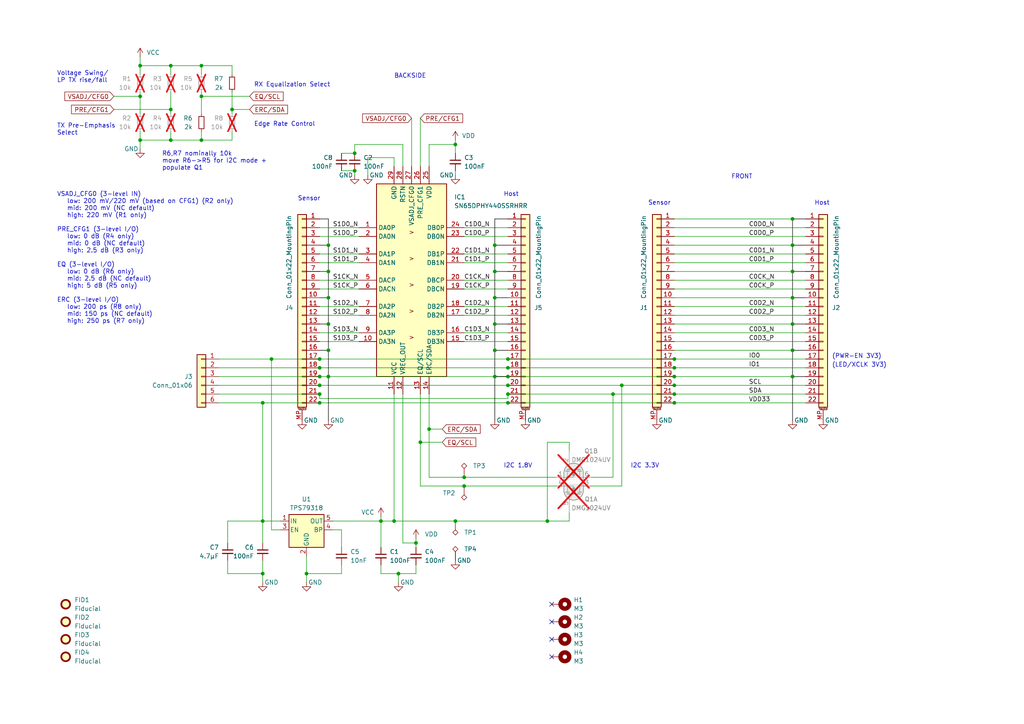
<source format=kicad_sch>
(kicad_sch (version 20230121) (generator eeschema)
  (paper "A4")
  (title_block (title "CSI2-SPY-22") (date "2024-03-24") (rev "1A"))
  (lib_symbols
    (symbol "Connector:TestPoint_Alt" (pin_numbers hide) (pin_names (offset 0.762) hide)
      (property "Reference" "TP" (at 0 6.858 0))
      (property "Value" "TestPoint_Alt" (at 0 5.08 0))
      (symbol "TestPoint_Alt_0_1"
        (polyline (pts (xy 0 2.54) (xy -0.762 3.302) (xy 0 4.064) (xy 0.762 3.302) (xy 0 2.54)))
      )
      (symbol "TestPoint_Alt_1_1"
        (pin passive line (at 0 0 90) (length 2.54) (name "1") (number "1"))
      )
    )
    (symbol "Connector_Generic:Conn_01x06" (pin_names (offset 1.016) hide)
      (property "Reference" "J" (at 0 7.62 0))
      (property "Value" "Conn_01x06" (at 0 -10.16 0))
      (symbol "Conn_01x06_1_1"
        (rectangle (start -1.27 -7.493) (end 0 -7.747) (stroke (width 0.1524)))
        (rectangle (start -1.27 -4.953) (end 0 -5.207) (stroke (width 0.1524)))
        (rectangle (start -1.27 -2.413) (end 0 -2.667) (stroke (width 0.1524)))
        (rectangle (start -1.27 0.127) (end 0 -0.127) (stroke (width 0.1524)))
        (rectangle (start -1.27 2.667) (end 0 2.413) (stroke (width 0.1524)))
        (rectangle (start -1.27 5.207) (end 0 4.953) (stroke (width 0.1524)))
        (rectangle (start -1.27 6.35) (end 1.27 -8.89) (stroke (width 0.254)) (fill (type background)))
        (pin passive line (at -5.08 5.08 0) (length 3.81) (name "Pin_1") (number "1"))
        (pin passive line (at -5.08 2.54 0) (length 3.81) (name "Pin_2") (number "2"))
        (pin passive line (at -5.08 0 0) (length 3.81) (name "Pin_3") (number "3"))
        (pin passive line (at -5.08 -2.54 0) (length 3.81) (name "Pin_4") (number "4"))
        (pin passive line (at -5.08 -5.08 0) (length 3.81) (name "Pin_5") (number "5"))
        (pin passive line (at -5.08 -7.62 0) (length 3.81) (name "Pin_6") (number "6"))
      )
    )
    (symbol "Connector_Generic_MountingPin:Conn_01x22_MountingPin" (pin_names (offset 1.016) hide)
      (property "Reference" "J" (at 0 27.94 0))
      (property "Value" "Conn_01x22_MountingPin" (at 1.27 -30.48 0))
      (symbol "Conn_01x22_MountingPin_1_1"
        (rectangle (start -1.27 -27.813) (end 0 -28.067) (stroke (width 0.1524)))
        (rectangle (start -1.27 -25.273) (end 0 -25.527) (stroke (width 0.1524)))
        (rectangle (start -1.27 -22.733) (end 0 -22.987) (stroke (width 0.1524)))
        (rectangle (start -1.27 -20.193) (end 0 -20.447) (stroke (width 0.1524)))
        (rectangle (start -1.27 -17.653) (end 0 -17.907) (stroke (width 0.1524)))
        (rectangle (start -1.27 -15.113) (end 0 -15.367) (stroke (width 0.1524)))
        (rectangle (start -1.27 -12.573) (end 0 -12.827) (stroke (width 0.1524)))
        (rectangle (start -1.27 -10.033) (end 0 -10.287) (stroke (width 0.1524)))
        (rectangle (start -1.27 -7.493) (end 0 -7.747) (stroke (width 0.1524)))
        (rectangle (start -1.27 -4.953) (end 0 -5.207) (stroke (width 0.1524)))
        (rectangle (start -1.27 -2.413) (end 0 -2.667) (stroke (width 0.1524)))
        (rectangle (start -1.27 0.127) (end 0 -0.127) (stroke (width 0.1524)))
        (rectangle (start -1.27 2.667) (end 0 2.413) (stroke (width 0.1524)))
        (rectangle (start -1.27 5.207) (end 0 4.953) (stroke (width 0.1524)))
        (rectangle (start -1.27 7.747) (end 0 7.493) (stroke (width 0.1524)))
        (rectangle (start -1.27 10.287) (end 0 10.033) (stroke (width 0.1524)))
        (rectangle (start -1.27 12.827) (end 0 12.573) (stroke (width 0.1524)))
        (rectangle (start -1.27 15.367) (end 0 15.113) (stroke (width 0.1524)))
        (rectangle (start -1.27 17.907) (end 0 17.653) (stroke (width 0.1524)))
        (rectangle (start -1.27 20.447) (end 0 20.193) (stroke (width 0.1524)))
        (rectangle (start -1.27 22.987) (end 0 22.733) (stroke (width 0.1524)))
        (rectangle (start -1.27 25.527) (end 0 25.273) (stroke (width 0.1524)))
        (rectangle (start -1.27 26.67) (end 1.27 -29.21) (stroke (width 0.254)) (fill (type background)))
        (polyline (pts (xy -1.016 -29.972) (xy 1.016 -29.972)) (stroke (width 0.1524)))
        (text "Mounting" (at 0 -29.591 0) (effects (font (size 0.381 0.381))))
        (pin passive line (at -5.08 25.4 0) (length 3.81) (name "Pin_1") (number "1"))
        (pin passive line (at -5.08 2.54 0) (length 3.81) (name "Pin_10") (number "10"))
        (pin passive line (at -5.08 0 0) (length 3.81) (name "Pin_11") (number "11"))
        (pin passive line (at -5.08 -2.54 0) (length 3.81) (name "Pin_12") (number "12"))
        (pin passive line (at -5.08 -5.08 0) (length 3.81) (name "Pin_13") (number "13"))
        (pin passive line (at -5.08 -7.62 0) (length 3.81) (name "Pin_14") (number "14"))
        (pin passive line (at -5.08 -10.16 0) (length 3.81) (name "Pin_15") (number "15"))
        (pin passive line (at -5.08 -12.7 0) (length 3.81) (name "Pin_16") (number "16"))
        (pin passive line (at -5.08 -15.24 0) (length 3.81) (name "Pin_17") (number "17"))
        (pin passive line (at -5.08 -17.78 0) (length 3.81) (name "Pin_18") (number "18"))
        (pin passive line (at -5.08 -20.32 0) (length 3.81) (name "Pin_19") (number "19"))
        (pin passive line (at -5.08 22.86 0) (length 3.81) (name "Pin_2") (number "2"))
        (pin passive line (at -5.08 -22.86 0) (length 3.81) (name "Pin_20") (number "20"))
        (pin passive line (at -5.08 -25.4 0) (length 3.81) (name "Pin_21") (number "21"))
        (pin passive line (at -5.08 -27.94 0) (length 3.81) (name "Pin_22") (number "22"))
        (pin passive line (at -5.08 20.32 0) (length 3.81) (name "Pin_3") (number "3"))
        (pin passive line (at -5.08 17.78 0) (length 3.81) (name "Pin_4") (number "4"))
        (pin passive line (at -5.08 15.24 0) (length 3.81) (name "Pin_5") (number "5"))
        (pin passive line (at -5.08 12.7 0) (length 3.81) (name "Pin_6") (number "6"))
        (pin passive line (at -5.08 10.16 0) (length 3.81) (name "Pin_7") (number "7"))
        (pin passive line (at -5.08 7.62 0) (length 3.81) (name "Pin_8") (number "8"))
        (pin passive line (at -5.08 5.08 0) (length 3.81) (name "Pin_9") (number "9"))
        (pin passive line (at 0 -33.02 90) (length 3.048) (name "MountPin") (number "MP"))
      )
    )
    (symbol "DPHY440:SN65DPHY440SSRHRR"
      (property "Reference" "IC" (at -1.27 44.45 0))
      (property "Value" "SN65DPHY440SSRHRR" (at -11.43 41.91 0))
      (symbol "SN65DPHY440SSRHRR_1_1"
        (rectangle (start -10.16 27.94) (end 10.16 -27.94) (stroke (width 0.254)) (fill (type background)))
        (text ">" (at 0 -16.51 0) (effects (font (size 1.27 1.27))))
        (text ">" (at 0 -8.89 0) (effects (font (size 1.27 1.27))))
        (text ">" (at 0 -1.27 0) (effects (font (size 1.27 1.27))))
        (text ">" (at 0 6.35 0) (effects (font (size 1.27 1.27))))
        (text ">" (at 0 13.97 0) (effects (font (size 1.27 1.27))))
        (pin passive line (at -15.24 15.24 0) (length 5.08) (name "DA0P") (number "1"))
        (pin passive line (at -15.24 -17.78 0) (length 5.08) (name "DA3N") (number "10"))
        (pin passive line (at -5.08 -33.02 90) (length 5.08) (name "VCC") (number "11"))
        (pin passive line (at -2.54 -33.02 90) (length 5.08) (name "VREG_OUT") (number "12"))
        (pin passive line (at 2.54 -33.02 90) (length 5.08) (name "EQ/SCL") (number "13"))
        (pin passive line (at 5.08 -33.02 90) (length 5.08) (name "ERC/SDA") (number "14"))
        (pin passive line (at 15.24 -17.78 180) (length 5.08) (name "DB3N") (number "15"))
        (pin passive line (at 15.24 -15.24 180) (length 5.08) (name "DB3P") (number "16"))
        (pin passive line (at 15.24 -10.16 180) (length 5.08) (name "DB2N") (number "17"))
        (pin passive line (at 15.24 -7.62 180) (length 5.08) (name "DB2P") (number "18"))
        (pin passive line (at 15.24 -2.54 180) (length 5.08) (name "DBCN") (number "19"))
        (pin passive line (at -15.24 12.7 0) (length 5.08) (name "DA0N") (number "2"))
        (pin passive line (at 15.24 0 180) (length 5.08) (name "DBCP") (number "20"))
        (pin passive line (at 15.24 5.08 180) (length 5.08) (name "DB1N") (number "21"))
        (pin passive line (at 15.24 7.62 180) (length 5.08) (name "DB1P") (number "22"))
        (pin passive line (at 15.24 12.7 180) (length 5.08) (name "DB0N") (number "23"))
        (pin passive line (at 15.24 15.24 180) (length 5.08) (name "DB0P") (number "24"))
        (pin passive line (at 5.08 33.02 270) (length 5.08) (name "VDD") (number "25"))
        (pin passive line (at 2.54 33.02 270) (length 5.08) (name "PRE_CFG1") (number "26"))
        (pin passive line (at 0 33.02 270) (length 5.08) (name "VSADJ_CFG0") (number "27"))
        (pin passive line (at -2.54 33.02 270) (length 5.08) (name "RSTN") (number "28"))
        (pin passive line (at -5.08 33.02 270) (length 5.08) (name "GND") (number "29"))
        (pin passive line (at -15.24 7.62 0) (length 5.08) (name "DA1P") (number "3"))
        (pin passive line (at -15.24 5.08 0) (length 5.08) (name "DA1N") (number "4"))
        (pin passive line (at -15.24 0 0) (length 5.08) (name "DACP") (number "5"))
        (pin passive line (at -15.24 -2.54 0) (length 5.08) (name "DACN") (number "6"))
        (pin passive line (at -15.24 -7.62 0) (length 5.08) (name "DA2P") (number "7"))
        (pin passive line (at -15.24 -10.16 0) (length 5.08) (name "DA2N") (number "8"))
        (pin passive line (at -15.24 -15.24 0) (length 5.08) (name "DA3P") (number "9"))
      )
    )
    (symbol "Device:C_Small" (pin_numbers hide) (pin_names (offset 0.254) hide)
      (property "Reference" "C" (at 0.254 1.778 0))
      (property "Value" "C_Small" (at 0.254 -2.032 0))
      (symbol "C_Small_0_1"
        (polyline (pts (xy -1.524 -0.508) (xy 1.524 -0.508)) (stroke (width 0.3302)))
        (polyline (pts (xy -1.524 0.508) (xy 1.524 0.508)) (stroke (width 0.3048)))
      )
      (symbol "C_Small_1_1"
        (pin passive line (at 0 2.54 270) (length 2.032) (name "~") (number "1"))
        (pin passive line (at 0 -2.54 90) (length 2.032) (name "~") (number "2"))
      )
    )
    (symbol "Device:R_Small" (pin_numbers hide) (pin_names (offset 0.254) hide)
      (property "Reference" "R" (at 0.762 0.508 0))
      (property "Value" "R_Small" (at 0.762 -1.016 0))
      (symbol "R_Small_0_1"
        (rectangle (start -0.762 1.778) (end 0.762 -1.778) (stroke (width 0.2032)))
      )
      (symbol "R_Small_1_1"
        (pin passive line (at 0 2.54 270) (length 0.762) (name "~") (number "1"))
        (pin passive line (at 0 -2.54 90) (length 0.762) (name "~") (number "2"))
      )
    )
    (symbol "Mechanical:Fiducial"
      (property "Reference" "FID" (at 0 5.08 0))
      (property "Value" "Fiducial" (at 0 3.175 0))
      (symbol "Fiducial_0_1"
        (circle (center 0 0) (radius 1.27) (stroke (width 0.508)) (fill (type background)))
      )
    )
    (symbol "Mechanical:MountingHole_Pad" (pin_numbers hide) (pin_names (offset 1.016) hide)
      (property "Reference" "H" (at 0 6.35 0))
      (property "Value" "MountingHole_Pad" (at 0 4.445 0))
      (symbol "MountingHole_Pad_0_1"
        (circle (center 0 1.27) (radius 1.27) (stroke (width 1.27)))
      )
      (symbol "MountingHole_Pad_1_1"
        (pin input line (at 0 -2.54 90) (length 2.54) (name "1") (number "1"))
      )
    )
    (symbol "PCM_Transistor_MOSFET_AKL:DMG1024UV" (pin_names (offset 1.016) hide)
      (property "Reference" "Q" (at 3.81 1.27 0))
      (property "Value" "DMG1024UV" (at 3.81 -1.27 0))
      (symbol "DMG1024UV_1_1"
        (polyline (pts (xy -1.016 1.905) (xy -1.016 -1.905)) (stroke (width 0.254)))
        (polyline (pts (xy -0.508 -1.778) (xy 1.27 -1.778)))
        (polyline (pts (xy -0.508 -1.27) (xy -0.508 -2.286)) (stroke (width 0.254)))
        (polyline (pts (xy -0.508 0.508) (xy -0.508 -0.508)) (stroke (width 0.254)))
        (polyline (pts (xy -0.508 2.286) (xy -0.508 1.27)) (stroke (width 0.254)))
        (polyline (pts (xy 0 -2.794) (xy 1.905 -2.794)) (stroke (width 0.254)))
        (polyline (pts (xy 0 2.794) (xy 1.905 2.794)) (stroke (width 0.254)))
        (polyline (pts (xy 1.27 1.778) (xy -0.508 1.778)))
        (polyline (pts (xy 1.27 2.54) (xy 1.27 1.778)))
        (polyline (pts (xy 1.27 -2.54) (xy 1.27 0) (xy -0.508 0)))
        (polyline (pts (xy -0.254 0) (xy 0.762 0.381) (xy 0.762 -0.381) (xy -0.254 0)) (fill (type outline)))
        (polyline (pts (xy 1.905 -2.794) (xy -0.254 -2.794) (xy -1.397 -2.413) (xy -2.286 -1.651) (xy -2.667 -0.762) (xy -2.794 0.127) (xy -2.54 1.143) (xy -2.032 1.905) (xy -1.397 2.413) (xy -0.508 2.794) (xy 1.905 2.794)) (fill (type background)))
        (arc (start 0 2.794) (mid -2.7819 0) (end 0 -2.794) (stroke (width 0.254)))
        (circle (center 1.27 -1.778) (radius 0.1778) (fill (type outline)))
        (pin passive line (at 1.27 -5.08 90) (length 2.54) (name "S1") (number "1"))
        (pin input line (at -6.35 -1.27 0) (length 5.207) (name "G1") (number "2"))
        (pin passive line (at 1.27 5.08 270) (length 2.54) (name "D1") (number "6"))
      )
      (symbol "DMG1024UV_2_1"
        (polyline (pts (xy -1.016 1.905) (xy -1.016 -1.905)) (stroke (width 0.254)))
        (polyline (pts (xy -0.508 -1.778) (xy 1.27 -1.778)))
        (polyline (pts (xy -0.508 -1.27) (xy -0.508 -2.286)) (stroke (width 0.254)))
        (polyline (pts (xy -0.508 0.508) (xy -0.508 -0.508)) (stroke (width 0.254)))
        (polyline (pts (xy -0.508 2.286) (xy -0.508 1.27)) (stroke (width 0.254)))
        (polyline (pts (xy 0 -2.794) (xy 1.905 -2.794)) (stroke (width 0.254)))
        (polyline (pts (xy 0 2.794) (xy 1.905 2.794)) (stroke (width 0.254)))
        (polyline (pts (xy 1.27 1.778) (xy -0.508 1.778)))
        (polyline (pts (xy 1.27 2.54) (xy 1.27 1.778)))
        (polyline (pts (xy 1.27 -2.54) (xy 1.27 0) (xy -0.508 0)))
        (polyline (pts (xy -0.254 0) (xy 0.762 0.381) (xy 0.762 -0.381) (xy -0.254 0)) (fill (type outline)))
        (polyline (pts (xy 1.905 -2.794) (xy -0.254 -2.794) (xy -1.397 -2.413) (xy -2.286 -1.651) (xy -2.667 -0.762) (xy -2.794 0.127) (xy -2.54 1.143) (xy -2.032 1.905) (xy -1.397 2.413) (xy -0.508 2.794) (xy 1.905 2.794)) (fill (type background)))
        (arc (start 0 2.794) (mid -2.7819 0) (end 0 -2.794) (stroke (width 0.254)))
        (circle (center 1.27 -1.778) (radius 0.1778) (fill (type outline)))
        (pin passive line (at 1.27 5.08 270) (length 2.54) (name "D2") (number "3"))
        (pin passive line (at 1.27 -5.08 90) (length 2.54) (name "S2") (number "4"))
        (pin input line (at -6.35 -1.27 0) (length 5.207) (name "G2") (number "5"))
      )
    )
    (symbol "Regulator_Linear:TPS79318-EP" (pin_names (offset 0.254))
      (property "Reference" "U" (at -3.81 5.715 0))
      (property "Value" "TPS79318-EP" (at 0 5.715 0))
      (symbol "TPS79318-EP_1_1"
        (rectangle (start 5.08 -5.08) (end -5.08 4.445) (stroke (width 0.254)) (fill (type background)))
        (pin power_in line (at -7.62 2.54 0) (length 2.54) (name "IN") (number "1"))
        (pin power_in line (at 0 -7.62 90) (length 2.54) (name "GND") (number "2"))
        (pin input line (at -7.62 0 0) (length 2.54) (name "EN") (number "3"))
        (pin bidirectional line (at 7.62 0 180) (length 2.54) (name "BP") (number "4"))
        (pin power_out line (at 7.62 2.54 180) (length 2.54) (name "OUT") (number "5"))
      )
    )
    (symbol "power:GND" (power) (pin_names (offset 0))
      (property "Value" "GND" (at 0 -3.81 0))
      (symbol "GND_0_1"
        (polyline (pts (xy 0 0) (xy 0 -1.27) (xy 1.27 -1.27) (xy 0 -2.54) (xy -1.27 -1.27) (xy 0 -1.27)))
      )
      (symbol "GND_1_1"
        (pin power_in line (at 0 0 270) (length 0) hide (name "GND") (number "1"))
      )
    )
    (symbol "power:VCC" (power) (pin_names (offset 0))
      (property "Value" "VCC" (at 0 3.81 0))
      (symbol "VCC_0_1"
        (polyline (pts (xy -0.762 1.27) (xy 0 2.54)))
        (polyline (pts (xy 0 0) (xy 0 2.54)))
        (polyline (pts (xy 0 2.54) (xy 0.762 1.27)))
      )
      (symbol "VCC_1_1"
        (pin power_in line (at 0 0 90) (length 0) hide (name "VCC") (number "1"))
      )
    )
    (symbol "power:VDD" (power) (pin_names (offset 0))
      (property "Value" "VDD" (at 0 3.81 0))
      (symbol "VDD_0_1"
        (polyline (pts (xy -0.762 1.27) (xy 0 2.54)))
        (polyline (pts (xy 0 0) (xy 0 2.54)))
        (polyline (pts (xy 0 2.54) (xy 0.762 1.27)))
      )
      (symbol "VDD_1_1"
        (pin power_in line (at 0 0 90) (length 0) hide (name "VDD") (number "1"))
      )
    )
  )
  (junction (at 132.08 41.91))
  (junction (at 40.64 19.05))
  (junction (at 76.2 151.13))
  (junction (at 115.57 166.37))
  (junction (at 114.3 151.13))
  (junction (at 78.74 104.14))
  (junction (at 88.9 166.37))
  (junction (at 95.25 101.6))
  (junction (at 158.75 151.13))
  (junction (at 143.51 93.98))
  (junction (at 110.49 151.13))
  (junction (at 58.42 40.64))
  (junction (at 58.42 27.94))
  (junction (at 143.51 101.6))
  (junction (at 229.87 86.36))
  (junction (at 95.25 109.22))
  (junction (at 147.32 111.76))
  (junction (at 229.87 93.98))
  (junction (at 195.58 114.3))
  (junction (at 95.25 71.12))
  (junction (at 76.2 166.37))
  (junction (at 132.08 151.13))
  (junction (at 195.58 116.84))
  (junction (at 229.87 78.74))
  (junction (at 147.32 106.68))
  (junction (at 229.87 109.22))
  (junction (at 143.51 78.74))
  (junction (at 76.2 116.84))
  (junction (at 195.58 106.68))
  (junction (at 49.53 31.75))
  (junction (at 92.71 116.84))
  (junction (at 49.53 19.05))
  (junction (at 195.58 109.22))
  (junction (at 95.25 93.98))
  (junction (at 67.31 31.75))
  (junction (at 147.32 116.84))
  (junction (at 180.34 111.76))
  (junction (at 195.58 104.14))
  (junction (at 102.87 44.45))
  (junction (at 229.87 63.5))
  (junction (at 121.92 128.27))
  (junction (at 229.87 101.6))
  (junction (at 134.62 138.43))
  (junction (at 40.64 40.64))
  (junction (at 177.8 114.3))
  (junction (at 124.46 124.46))
  (junction (at 147.32 104.14))
  (junction (at 49.53 40.64))
  (junction (at 147.32 114.3))
  (junction (at 229.87 71.12))
  (junction (at 58.42 19.05))
  (junction (at 147.32 109.22))
  (junction (at 143.51 71.12))
  (junction (at 195.58 111.76))
  (junction (at 95.25 86.36))
  (junction (at 92.71 106.68))
  (junction (at 92.71 111.76))
  (junction (at 102.87 49.53))
  (junction (at 120.65 157.48))
  (junction (at 143.51 109.22))
  (junction (at 92.71 114.3))
  (junction (at 95.25 78.74))
  (junction (at 40.64 27.94))
  (junction (at 134.62 140.97))
  (junction (at 143.51 86.36))
  (junction (at 92.71 104.14))
  (junction (at 92.71 109.22))
  (no_connect (at 160.02 190.5))
  (no_connect (at 160.02 180.34))
  (no_connect (at 160.02 175.26))
  (no_connect (at 160.02 185.42))
  (wire (pts (xy 67.31 40.64) (xy 58.42 40.64)))
  (wire (pts (xy 180.34 111.76) (xy 195.58 111.76)))
  (wire (pts (xy 40.64 40.64) (xy 40.64 43.18)))
  (wire (pts (xy 78.74 104.14) (xy 78.74 153.67)))
  (wire (pts (xy 134.62 138.43) (xy 124.46 138.43)))
  (wire (pts (xy 76.2 116.84) (xy 92.71 116.84)))
  (wire (pts (xy 195.58 88.9) (xy 233.68 88.9)))
  (wire (pts (xy 116.84 48.26) (xy 116.84 41.91)))
  (wire (pts (xy 143.51 101.6) (xy 147.32 101.6)) (stroke (width 0) (color 0 0 0 1)))
  (wire (pts (xy 195.58 93.98) (xy 229.87 93.98)))
  (wire (pts (xy 195.58 114.3) (xy 233.68 114.3)))
  (wire (pts (xy 229.87 78.74) (xy 229.87 86.36)) (stroke (width 0) (color 0 0 0 1)))
  (wire (pts (xy 134.62 66.04) (xy 147.32 66.04)))
  (wire (pts (xy 147.32 104.14) (xy 195.58 104.14)))
  (wire (pts (xy 58.42 26.67) (xy 58.42 27.94)))
  (wire (pts (xy 119.38 48.26) (xy 119.38 34.29)))
  (wire (pts (xy 95.25 101.6) (xy 95.25 109.22)) (stroke (width 0) (color 0 0 0 1)))
  (wire (pts (xy 76.2 162.56) (xy 76.2 166.37)))
  (wire (pts (xy 143.51 93.98) (xy 143.51 101.6)) (stroke (width 0) (color 0 0 0 1)))
  (wire (pts (xy 229.87 101.6) (xy 233.68 101.6)) (stroke (width 0) (color 0 0 0 1)))
  (wire (pts (xy 115.57 168.91) (xy 115.57 166.37)))
  (wire (pts (xy 143.51 78.74) (xy 147.32 78.74)) (stroke (width 0) (color 0 0 0 1)))
  (wire (pts (xy 195.58 83.82) (xy 233.68 83.82)))
  (wire (pts (xy 134.62 83.82) (xy 147.32 83.82)))
  (wire (pts (xy 195.58 86.36) (xy 229.87 86.36)))
  (wire (pts (xy 49.53 40.64) (xy 40.64 40.64)))
  (wire (pts (xy 63.5 111.76) (xy 92.71 111.76)))
  (wire (pts (xy 134.62 81.28) (xy 147.32 81.28)))
  (wire (pts (xy 134.62 73.66) (xy 147.32 73.66)))
  (wire (pts (xy 63.5 116.84) (xy 76.2 116.84)))
  (wire (pts (xy 66.04 157.48) (xy 66.04 151.13)))
  (wire (pts (xy 124.46 41.91) (xy 132.08 41.91)))
  (wire (pts (xy 134.62 88.9) (xy 147.32 88.9)))
  (wire (pts (xy 95.25 109.22) (xy 95.25 121.92)) (stroke (width 0) (color 0 0 0 1)))
  (wire (pts (xy 124.46 114.3) (xy 124.46 124.46)))
  (wire (pts (xy 158.75 151.13) (xy 165.1 151.13)))
  (wire (pts (xy 132.08 41.91) (xy 132.08 44.45)))
  (wire (pts (xy 143.51 86.36) (xy 147.32 86.36)) (stroke (width 0) (color 0 0 0 1)))
  (wire (pts (xy 66.04 162.56) (xy 66.04 166.37)))
  (wire (pts (xy 165.1 130.81) (xy 165.1 128.27)))
  (wire (pts (xy 67.31 19.05) (xy 58.42 19.05)))
  (wire (pts (xy 114.3 151.13) (xy 114.3 114.3)))
  (wire (pts (xy 95.25 86.36) (xy 95.25 93.98)) (stroke (width 0) (color 0 0 0 1)))
  (wire (pts (xy 143.51 101.6) (xy 143.51 109.22)) (stroke (width 0) (color 0 0 0 1)))
  (wire (pts (xy 120.65 156.21) (xy 120.65 157.48)))
  (wire (pts (xy 92.71 66.04) (xy 104.14 66.04)))
  (wire (pts (xy 99.06 49.53) (xy 102.87 49.53)))
  (wire (pts (xy 128.27 128.27) (xy 121.92 128.27)))
  (wire (pts (xy 229.87 86.36) (xy 229.87 93.98)) (stroke (width 0) (color 0 0 0 1)))
  (wire (pts (xy 96.52 153.67) (xy 99.06 153.67)))
  (wire (pts (xy 95.25 71.12) (xy 95.25 78.74)) (stroke (width 0) (color 0 0 0 1)))
  (wire (pts (xy 147.32 109.22) (xy 195.58 109.22)))
  (wire (pts (xy 229.87 93.98) (xy 233.68 93.98)) (stroke (width 0) (color 0 0 0 1)))
  (wire (pts (xy 143.51 109.22) (xy 143.51 121.92)) (stroke (width 0) (color 0 0 0 1)))
  (wire (pts (xy 99.06 153.67) (xy 99.06 158.75)))
  (wire (pts (xy 95.25 93.98) (xy 95.25 101.6)) (stroke (width 0) (color 0 0 0 1)))
  (wire (pts (xy 229.87 63.5) (xy 229.87 71.12)) (stroke (width 0) (color 0 0 0 1)))
  (wire (pts (xy 106.68 45.72) (xy 114.3 45.72)))
  (wire (pts (xy 58.42 38.1) (xy 58.42 40.64)))
  (wire (pts (xy 195.58 109.22) (xy 229.87 109.22)))
  (wire (pts (xy 92.71 83.82) (xy 104.14 83.82)))
  (wire (pts (xy 96.52 151.13) (xy 110.49 151.13)))
  (wire (pts (xy 195.58 68.58) (xy 233.68 68.58)))
  (wire (pts (xy 120.65 163.83) (xy 120.65 166.37)))
  (wire (pts (xy 102.87 41.91) (xy 116.84 41.91)))
  (wire (pts (xy 147.32 114.3) (xy 177.8 114.3)))
  (wire (pts (xy 67.31 21.59) (xy 67.31 19.05)))
  (wire (pts (xy 147.32 111.76) (xy 180.34 111.76)))
  (wire (pts (xy 99.06 44.45) (xy 102.87 44.45)))
  (wire (pts (xy 115.57 166.37) (xy 120.65 166.37)))
  (wire (pts (xy 63.5 106.68) (xy 92.71 106.68)))
  (wire (pts (xy 58.42 19.05) (xy 49.53 19.05)))
  (wire (pts (xy 132.08 151.13) (xy 158.75 151.13)))
  (wire (pts (xy 134.62 91.44) (xy 147.32 91.44)))
  (wire (pts (xy 40.64 26.67) (xy 40.64 27.94)))
  (wire (pts (xy 81.28 153.67) (xy 78.74 153.67)))
  (wire (pts (xy 63.5 104.14) (xy 78.74 104.14)))
  (wire (pts (xy 143.51 71.12) (xy 143.51 78.74)) (stroke (width 0) (color 0 0 0 1)))
  (wire (pts (xy 195.58 76.2) (xy 233.68 76.2)))
  (wire (pts (xy 76.2 116.84) (xy 76.2 151.13)))
  (wire (pts (xy 67.31 26.67) (xy 67.31 31.75)))
  (wire (pts (xy 180.34 140.97) (xy 180.34 111.76)))
  (wire (pts (xy 76.2 157.48) (xy 76.2 151.13)))
  (wire (pts (xy 110.49 151.13) (xy 110.49 158.75)))
  (wire (pts (xy 195.58 73.66) (xy 233.68 73.66)))
  (wire (pts (xy 92.71 78.74) (xy 95.25 78.74)) (stroke (width 0) (color 0 0 0 1)))
  (wire (pts (xy 92.71 76.2) (xy 104.14 76.2)))
  (wire (pts (xy 92.71 63.5) (xy 95.25 63.5)) (stroke (width 0) (color 0 0 0 1)))
  (wire (pts (xy 110.49 166.37) (xy 115.57 166.37)))
  (wire (pts (xy 49.53 19.05) (xy 49.53 21.59)))
  (wire (pts (xy 92.71 115.57) (xy 147.32 115.57)))
  (wire (pts (xy 121.92 34.29) (xy 121.92 48.26)))
  (wire (pts (xy 92.71 109.22) (xy 95.25 109.22)))
  (wire (pts (xy 195.58 96.52) (xy 233.68 96.52)))
  (wire (pts (xy 116.84 114.3) (xy 116.84 157.48)))
  (wire (pts (xy 99.06 166.37) (xy 99.06 163.83)))
  (wire (pts (xy 92.71 93.98) (xy 95.25 93.98)) (stroke (width 0) (color 0 0 0 1)))
  (wire (pts (xy 92.71 88.9) (xy 104.14 88.9)))
  (wire (pts (xy 229.87 101.6) (xy 229.87 109.22)) (stroke (width 0) (color 0 0 0 1)))
  (wire (pts (xy 102.87 41.91) (xy 102.87 44.45)))
  (wire (pts (xy 92.71 116.84) (xy 147.32 116.84)))
  (wire (pts (xy 92.71 101.6) (xy 95.25 101.6)) (stroke (width 0) (color 0 0 0 1)))
  (wire (pts (xy 195.58 66.04) (xy 233.68 66.04)))
  (wire (pts (xy 76.2 166.37) (xy 76.2 168.91)))
  (wire (pts (xy 195.58 81.28) (xy 233.68 81.28)))
  (wire (pts (xy 143.51 86.36) (xy 143.51 93.98)) (stroke (width 0) (color 0 0 0 1)))
  (wire (pts (xy 134.62 140.97) (xy 161.29 140.97)))
  (wire (pts (xy 67.31 31.75) (xy 67.31 33.02)))
  (wire (pts (xy 40.64 19.05) (xy 40.64 16.51)))
  (wire (pts (xy 33.02 27.94) (xy 40.64 27.94)))
  (wire (pts (xy 143.51 63.5) (xy 143.51 71.12)) (stroke (width 0) (color 0 0 0 1)))
  (wire (pts (xy 88.9 166.37) (xy 99.06 166.37)))
  (wire (pts (xy 66.04 166.37) (xy 76.2 166.37)))
  (wire (pts (xy 88.9 161.29) (xy 88.9 166.37)))
  (wire (pts (xy 63.5 109.22) (xy 92.71 109.22)))
  (wire (pts (xy 165.1 128.27) (xy 158.75 128.27)))
  (wire (pts (xy 177.8 114.3) (xy 195.58 114.3)))
  (wire (pts (xy 165.1 151.13) (xy 165.1 148.59)))
  (wire (pts (xy 195.58 111.76) (xy 233.68 111.76)))
  (wire (pts (xy 134.62 99.06) (xy 147.32 99.06)))
  (wire (pts (xy 229.87 86.36) (xy 233.68 86.36)) (stroke (width 0) (color 0 0 0 1)))
  (wire (pts (xy 195.58 106.68) (xy 233.68 106.68)))
  (wire (pts (xy 33.02 31.75) (xy 49.53 31.75)))
  (wire (pts (xy 229.87 109.22) (xy 233.68 109.22)) (stroke (width 0) (color 0 0 0 1)))
  (wire (pts (xy 143.51 109.22) (xy 147.32 109.22)))
  (wire (pts (xy 134.62 96.52) (xy 147.32 96.52)))
  (wire (pts (xy 40.64 38.1) (xy 40.64 40.64)))
  (wire (pts (xy 177.8 114.3) (xy 177.8 138.43)))
  (wire (pts (xy 58.42 27.94) (xy 72.39 27.94)))
  (wire (pts (xy 49.53 19.05) (xy 40.64 19.05)))
  (wire (pts (xy 66.04 151.13) (xy 76.2 151.13)))
  (wire (pts (xy 106.68 50.8) (xy 106.68 45.72)))
  (wire (pts (xy 92.71 91.44) (xy 104.14 91.44)))
  (wire (pts (xy 40.64 19.05) (xy 40.64 21.59)))
  (wire (pts (xy 195.58 91.44) (xy 233.68 91.44)))
  (wire (pts (xy 195.58 116.84) (xy 233.68 116.84)))
  (wire (pts (xy 195.58 63.5) (xy 229.87 63.5)))
  (wire (pts (xy 134.62 76.2) (xy 147.32 76.2)))
  (wire (pts (xy 92.71 73.66) (xy 104.14 73.66)))
  (wire (pts (xy 49.53 38.1) (xy 49.53 40.64)))
  (wire (pts (xy 92.71 68.58) (xy 104.14 68.58)))
  (wire (pts (xy 92.71 81.28) (xy 104.14 81.28)))
  (wire (pts (xy 143.51 71.12) (xy 147.32 71.12)) (stroke (width 0) (color 0 0 0 1)))
  (wire (pts (xy 114.3 151.13) (xy 132.08 151.13)))
  (wire (pts (xy 229.87 78.74) (xy 233.68 78.74)) (stroke (width 0) (color 0 0 0 1)))
  (wire (pts (xy 76.2 151.13) (xy 81.28 151.13)))
  (wire (pts (xy 58.42 27.94) (xy 58.42 33.02)))
  (wire (pts (xy 171.45 140.97) (xy 180.34 140.97)))
  (wire (pts (xy 95.25 63.5) (xy 95.25 71.12)) (stroke (width 0) (color 0 0 0 1)))
  (wire (pts (xy 88.9 168.91) (xy 88.9 166.37)))
  (wire (pts (xy 147.32 115.57) (xy 147.32 114.3)))
  (wire (pts (xy 58.42 19.05) (xy 58.42 21.59)))
  (wire (pts (xy 195.58 99.06) (xy 233.68 99.06)))
  (wire (pts (xy 95.25 109.22) (xy 143.51 109.22)))
  (wire (pts (xy 143.51 109.22) (xy 147.32 109.22)) (stroke (width 0) (color 0 0 0 1)))
  (wire (pts (xy 121.92 114.3) (xy 121.92 128.27)))
  (wire (pts (xy 110.49 151.13) (xy 114.3 151.13)))
  (wire (pts (xy 92.71 111.76) (xy 147.32 111.76)))
  (wire (pts (xy 78.74 104.14) (xy 92.71 104.14)))
  (wire (pts (xy 49.53 26.67) (xy 49.53 31.75)))
  (wire (pts (xy 229.87 109.22) (xy 229.87 121.92)) (stroke (width 0) (color 0 0 0 1)))
  (wire (pts (xy 124.46 138.43) (xy 124.46 124.46)))
  (wire (pts (xy 229.87 71.12) (xy 233.68 71.12)) (stroke (width 0) (color 0 0 0 1)))
  (wire (pts (xy 147.32 106.68) (xy 195.58 106.68)))
  (wire (pts (xy 120.65 157.48) (xy 120.65 158.75)))
  (wire (pts (xy 134.62 138.43) (xy 161.29 138.43)))
  (wire (pts (xy 195.58 78.74) (xy 229.87 78.74)))
  (wire (pts (xy 120.65 157.48) (xy 116.84 157.48)))
  (wire (pts (xy 92.71 86.36) (xy 95.25 86.36)) (stroke (width 0) (color 0 0 0 1)))
  (wire (pts (xy 124.46 48.26) (xy 124.46 41.91)))
  (wire (pts (xy 195.58 104.14) (xy 233.68 104.14)))
  (wire (pts (xy 92.71 71.12) (xy 95.25 71.12)) (stroke (width 0) (color 0 0 0 1)))
  (wire (pts (xy 147.32 116.84) (xy 195.58 116.84)))
  (wire (pts (xy 110.49 149.86) (xy 110.49 151.13)))
  (wire (pts (xy 58.42 40.64) (xy 49.53 40.64)))
  (wire (pts (xy 143.51 78.74) (xy 143.51 86.36)) (stroke (width 0) (color 0 0 0 1)))
  (wire (pts (xy 195.58 101.6) (xy 229.87 101.6)))
  (wire (pts (xy 102.87 49.53) (xy 102.87 50.8)))
  (wire (pts (xy 158.75 128.27) (xy 158.75 151.13)))
  (wire (pts (xy 132.08 40.64) (xy 132.08 41.91)))
  (wire (pts (xy 92.71 96.52) (xy 104.14 96.52)))
  (wire (pts (xy 147.32 63.5) (xy 143.51 63.5)) (stroke (width 0) (color 0 0 0 1)))
  (wire (pts (xy 40.64 27.94) (xy 40.64 33.02)))
  (wire (pts (xy 114.3 45.72) (xy 114.3 48.26)))
  (wire (pts (xy 132.08 49.53) (xy 132.08 50.8)))
  (wire (pts (xy 110.49 166.37) (xy 110.49 163.83)))
  (wire (pts (xy 49.53 31.75) (xy 49.53 33.02)))
  (wire (pts (xy 121.92 140.97) (xy 121.92 128.27)))
  (wire (pts (xy 233.68 63.5) (xy 229.87 63.5)) (stroke (width 0) (color 0 0 0 1)))
  (wire (pts (xy 63.5 114.3) (xy 92.71 114.3)))
  (wire (pts (xy 92.71 106.68) (xy 147.32 106.68)))
  (wire (pts (xy 92.71 115.57) (xy 92.71 114.3)))
  (wire (pts (xy 92.71 104.14) (xy 147.32 104.14)))
  (wire (pts (xy 134.62 68.58) (xy 147.32 68.58)))
  (wire (pts (xy 195.58 71.12) (xy 229.87 71.12)))
  (wire (pts (xy 67.31 38.1) (xy 67.31 40.64)))
  (wire (pts (xy 177.8 138.43) (xy 171.45 138.43)))
  (wire (pts (xy 128.27 124.46) (xy 124.46 124.46)))
  (wire (pts (xy 229.87 93.98) (xy 229.87 101.6)) (stroke (width 0) (color 0 0 0 1)))
  (wire (pts (xy 143.51 93.98) (xy 147.32 93.98)) (stroke (width 0) (color 0 0 0 1)))
  (wire (pts (xy 92.71 99.06) (xy 104.14 99.06)))
  (wire (pts (xy 67.31 31.75) (xy 72.39 31.75)))
  (wire (pts (xy 229.87 71.12) (xy 229.87 78.74)) (stroke (width 0) (color 0 0 0 1)))
  (wire (pts (xy 134.62 140.97) (xy 121.92 140.97)))
  (wire (pts (xy 95.25 78.74) (xy 95.25 86.36)) (stroke (width 0) (color 0 0 0 1)))
  (text "Sensor" (at 86.36 58.42 0) (effects (font (size 1.27 1.27)) (justify left bottom)))
  (text "Host" (at 236.22 59.69 0) (effects (font (size 1.27 1.27)) (justify left bottom)))
  (text "BACKSIDE" (at 114.3 22.86 0) (effects (font (size 1.27 1.27)) (justify left bottom)))
  (text "(PWR-EN 3V3)" (at 241.3 104.14 0) (effects (font (size 1.27 1.27)) (justify left bottom)))
  (text "Host" (at 146.05 57.15 0) (effects (font (size 1.27 1.27)) (justify left bottom)))
  (text "(LED/XCLK 3V3)\n" (at 241.3 106.68 0) (effects (font (size 1.27 1.27)) (justify left bottom)))
  (text "I2C 1.8V" (at 146.05 135.89 0) (effects (font (size 1.27 1.27)) (justify left bottom)))
  (text "RX Equalization Select" (at 73.66 25.4 0) (effects (font (size 1.27 1.27)) (justify left bottom)))
  (text "Voltage Swing/\nLP TX rise/fall" (at 16.51 24.13 0) (effects (font (size 1.27 1.27)) (justify left bottom)))
  (text "I2C 3.3V" (at 182.88 135.89 0) (effects (font (size 1.27 1.27)) (justify left bottom)))
  (text "TX Pre-Emphasis\nSelect" (at 16.51 39.37 0) (effects (font (size 1.27 1.27)) (justify left bottom)))
  (text "Sensor" (at 187.96 59.69 0) (effects (font (size 1.27 1.27)) (justify left bottom)))
  (text "FRONT" (at 212.09 52.07 0) (effects (font (size 1.27 1.27)) (justify left bottom)))
  (text "VSADJ_CFG0 (3-level IN)\n   low: 200 mV/220 mV (based on CFG1) (R2 only)\n   mid: 200 mV (NC default)\n   high: 220 mV (R1 only)\n\nPRE_CFG1 (3-level I/O)\n   low: 0 dB (R4 only)\n   mid: 0 dB (NC default)\n   high: 2.5 dB (R3 only)\n\nEQ (3-level I/O)\n   low: 0 dB (R6 only)\n   mid: 2.5 dB (NC default)\n   high: 5 dB (R5 only)\n\nERC (3-level I/O)\n   low: 200 ps (R8 only)\n   mid: 150 ps (NC default)\n   high: 250 ps (R7 only)" (at 16.51 93.98 0) (effects (font (size 1.27 1.27)) (justify left bottom)))
  (text "Edge Rate Control" (at 73.66 36.83 0) (effects (font (size 1.27 1.27)) (justify left bottom)))
  (text "R6,R7 nominally 10k\nmove R6->R5 for I2C mode +\npopulate Q1" (at 46.99 49.53 0) (effects (font (size 1.27 1.27)) (justify left bottom)))
  (label "S1D1_P" (at 96.52 76.2 0))
  (label "S1CK_P" (at 96.52 83.82 0))
  (label "C1D0_N" (at 134.62 66.04 0))
  (label "C0D2_N" (at 217.17 88.9 0))
  (label "C0CK_N" (at 217.17 81.28 0))
  (label "S1D0_P" (at 96.52 68.58 0))
  (label "C1D1_N" (at 134.62 73.66 0))
  (label "IO1" (at 217.17 106.68 0))
  (label "S1CK_N" (at 96.52 81.28 0))
  (label "S1D3_P" (at 96.52 99.06 0))
  (label "SCL" (at 217.17 111.76 0))
  (label "C0D1_P" (at 217.17 76.2 0))
  (label "C1D0_P" (at 134.62 68.58 0))
  (label "C1D2_P" (at 134.62 91.44 0))
  (label "S1D2_N" (at 96.52 88.9 0))
  (label "C0CK_P" (at 217.17 83.82 0))
  (label "C1D1_P" (at 134.62 76.2 0))
  (label "C0D0_N" (at 217.17 66.04 0))
  (label "C0D3_N" (at 217.17 96.52 0))
  (label "S1D1_N" (at 96.52 73.66 0))
  (label "C0D0_P" (at 217.17 68.58 0))
  (label "C1CK_N" (at 134.62 81.28 0))
  (label "S1D2_P" (at 96.52 91.44 0))
  (label "S1D0_N" (at 96.52 66.04 0))
  (label "C1D2_N" (at 134.62 88.9 0))
  (label "IO0" (at 217.17 104.14 0))
  (label "S1D3_N" (at 96.52 96.52 0))
  (label "C1CK_P" (at 134.62 83.82 0))
  (label "VDD33" (at 217.17 116.84 0))
  (label "C0D1_N" (at 217.17 73.66 0))
  (label "C1D3_N" (at 134.62 96.52 0))
  (label "C0D2_P" (at 217.17 91.44 0))
  (label "C1D3_P" (at 134.62 99.06 0))
  (label "SDA" (at 217.17 114.3 0))
  (label "C0D3_P" (at 217.17 99.06 0))
  (global_label "ERC{slash}SDA" (shape input) (at 72.39 31.75 0) (property "Intersheetrefs" "${INTERSHEET_REFS}" (effects hide)))
  (global_label "VSADJ{slash}CFG0" (shape input) (at 33.02 27.94 180) (property "Intersheetrefs" "${INTERSHEET_REFS}" (effects hide)))
  (global_label "EQ{slash}SCL" (shape input) (at 72.39 27.94 0) (property "Intersheetrefs" "${INTERSHEET_REFS}" (effects hide)))
  (global_label "EQ{slash}SCL" (shape input) (at 128.27 128.27 0) (property "Intersheetrefs" "${INTERSHEET_REFS}" (effects hide)))
  (global_label "ERC{slash}SDA" (shape input) (at 128.27 124.46 0) (property "Intersheetrefs" "${INTERSHEET_REFS}" (effects hide)))
  (global_label "PRE{slash}CFG1" (shape input) (at 121.92 34.29 0) (property "Intersheetrefs" "${INTERSHEET_REFS}" (effects hide)))
  (global_label "PRE{slash}CFG1" (shape input) (at 33.02 31.75 180) (property "Intersheetrefs" "${INTERSHEET_REFS}" (effects hide)))
  (global_label "VSADJ{slash}CFG0" (shape input) (at 119.38 34.29 180) (property "Intersheetrefs" "${INTERSHEET_REFS}" (effects hide)))
  (symbol (lib_id "DPHY440:SN65DPHY440SSRHRR") (at 119.38 81.28 0) (unit 1)
    (property "Reference" "IC1" (at 131.7341 57.15 0) (effects (justify left)))
    (property "Value" "SN65DPHY440SSRHRR" (at 131.7341 59.69 0) (effects (justify left)))
    (property "Footprint" "DPHY440:WQFN28EP-RHR0028A" (effects hide))
    (property "Datasheet" "http://www.ti.com/lit/gpn/sn65dphy440ss" (effects hide))
    (property "Height" "0.8" (effects hide))
    (property "Manufacturer_Name" "Texas Instruments" (effects hide))
    (property "Manufacturer_Part_Number" "SN65DPHY440SSRHRR" (effects hide))
    (property "Mouser Part Number" "595-N65DPHY440SSRHRR" (effects hide))
    (property "Mouser Price/Stock" "https://www.mouser.co.uk/ProductDetail/Texas-Instruments/SN65DPHY440SSRHRR?qs=f4l5qYp%2Fy%252B74gfc6HU%2FH%2Fg%3D%3D" (effects hide))
    (property "Arrow Part Number" "SN65DPHY440SSRHRR" (effects hide))
    (property "Arrow Price/Stock" "https://www.arrow.com/en/products/sn65dphy440ssrhrr/texas-instruments?region=nac" (effects hide))
  )
  (symbol (lib_id "Mechanical:Fiducial") (at 19.05 175.26 0) (unit 1) (in_bom no)
    (property "Reference" "FID1" (at 21.59 173.99 0) (effects (justify left)))
    (property "Value" "Fiducial" (at 21.59 176.53 0) (effects (justify left)))
    (property "Footprint" "Fiducial:Fiducial_0.5mm_Mask1mm" (effects hide))
    (property "Sim.Enable" "0" (effects hide))
  )
  (symbol (lib_id "Connector:TestPoint_Alt") (at 134.62 140.97 0) (mirror x) (unit 1) (in_bom no)
    (property "Reference" "TP2" (at 132.08 143.002 0) (effects (justify right)))
    (property "Value" "TestPoint_Alt" (effects hide))
    (property "Footprint" "TestPoint:TestPoint_Pad_D1.0mm" (effects hide))
    (property "Sim.Enable" "0" (effects hide))
  )
  (symbol (lib_id "Regulator_Linear:TPS79318-EP") (at 88.9 153.67 0) (unit 1)
    (property "Reference" "U1" (at 88.9 144.78 0))
    (property "Value" "TPS79318" (at 88.9 147.32 0))
    (property "Footprint" "Package_TO_SOT_SMD:SOT-23-5" (effects hide))
    (property "Datasheet" "http://www.ti.com/lit/ds/symlink/tps79333-ep.pdf" (effects hide))
    (property "Mouser Part Number" "595-TPS79318DBVREP" (effects hide))
  )
  (symbol (lib_id "Device:R_Small") (at 49.53 24.13 0) (mirror y) (unit 1) (in_bom no) (dnp yes)
    (property "Reference" "R3" (at 46.99 22.86 0) (effects (justify left)))
    (property "Value" "10k" (at 46.99 25.4 0) (effects (justify left)))
    (property "Footprint" "Resistor_SMD:R_0603_1608Metric" (effects hide))
    (property "Sim.Enable" "0" (effects hide))
    (property "Mouser Part Number" "603-RC0603FR-07510KL" (effects hide))
  )
  (symbol (lib_id "Device:R_Small") (at 49.53 35.56 0) (mirror y) (unit 1) (in_bom no) (dnp yes)
    (property "Reference" "R4" (at 46.99 34.29 0) (effects (justify left)))
    (property "Value" "10k" (at 46.99 36.83 0) (effects (justify left)))
    (property "Footprint" "Resistor_SMD:R_0603_1608Metric" (effects hide))
    (property "Sim.Enable" "0" (effects hide))
    (property "Mouser Part Number" "603-RC0603FR-07510KL" (effects hide))
  )
  (symbol (lib_id "Device:C_Small") (at 102.87 46.99 0) (mirror y) (unit 1)
    (property "Reference" "C2" (at 105.41 45.7263 0) (effects (justify right)))
    (property "Value" "100nF" (at 105.41 48.2663 0) (effects (justify right)))
    (property "Footprint" "Capacitor_SMD:C_0402_1005Metric" (effects hide))
    (property "Mouser Part Number" "80-C0402C104K4R" (effects hide))
  )
  (symbol (lib_id "Mechanical:MountingHole_Pad") (at 162.56 185.42 270) (unit 1) (in_bom no)
    (property "Reference" "H3" (at 166.37 184.15 90) (effects (justify left)))
    (property "Value" "M3" (at 166.37 186.69 90) (effects (justify left)))
    (property "Footprint" "MountingHole:MountingHole_3.2mm_M3_DIN965_Pad" (effects hide))
    (property "Sim.Enable" "0" (effects hide))
  )
  (symbol (lib_id "power:GND") (at 132.08 162.56 0) (unit 1)
    (property "Reference" "#PWR017" (effects hide))
    (property "Value" "GND" (at 134.62 162.56 0))
  )
  (symbol (lib_id "power:GND") (at 40.64 43.18 0) (mirror y) (unit 1)
    (property "Reference" "#PWR018" (effects hide))
    (property "Value" "GND" (at 38.1 43.18 0))
  )
  (symbol (lib_id "Device:R_Small") (at 40.64 24.13 0) (mirror y) (unit 1) (in_bom no) (dnp yes)
    (property "Reference" "R1" (at 38.1 22.86 0) (effects (justify left)))
    (property "Value" "10k" (at 38.1 25.4 0) (effects (justify left)))
    (property "Footprint" "Resistor_SMD:R_0603_1608Metric" (effects hide))
    (property "Sim.Enable" "0" (effects hide))
    (property "Mouser Part Number" "603-RC0603FR-07510KL" (effects hide))
  )
  (symbol (lib_id "power:GND") (at 87.63 121.92 0) (unit 1)
    (property "Reference" "#PWR07" (effects hide))
    (property "Value" "GND" (at 90.17 121.92 0))
  )
  (symbol (lib_id "Mechanical:Fiducial") (at 19.05 190.5 0) (unit 1) (in_bom no)
    (property "Reference" "FID4" (at 21.59 189.23 0) (effects (justify left)))
    (property "Value" "Fiducial" (at 21.59 191.77 0) (effects (justify left)))
    (property "Footprint" "Fiducial:Fiducial_0.5mm_Mask1mm" (effects hide))
    (property "Sim.Enable" "0" (effects hide))
  )
  (symbol (lib_id "Connector_Generic_MountingPin:Conn_01x22_MountingPin") (at 190.5 88.9 0) (mirror y) (unit 1)
    (property "Reference" "J1" (at 187.96 89.2556 0) (effects (justify left)))
    (property "Value" "Conn_01x22_MountingPin" (at 186.69 86.7156 90) (effects (justify left)))
    (property "Footprint" "Connector_FFC-FPC:TE_2-1734839-2_1x22-1MP_P0.5mm_Horizontal" (effects hide))
    (property "Mouser Part Number" "649-F32Q-1A7H1-11022" (effects hide))
  )
  (symbol (lib_id "power:GND") (at 95.25 121.92 0) (unit 1)
    (property "Reference" "#PWR06" (effects hide))
    (property "Value" "GND" (at 97.79 121.92 0))
  )
  (symbol (lib_id "Connector:TestPoint_Alt") (at 132.08 151.13 180) (unit 1) (in_bom no)
    (property "Reference" "TP1" (at 134.62 154.432 0) (effects (justify right)))
    (property "Value" "TestPoint_Alt" (effects hide))
    (property "Footprint" "TestPoint:TestPoint_Pad_D1.0mm" (effects hide))
    (property "Sim.Enable" "0" (effects hide))
  )
  (symbol (lib_id "Device:R_Small") (at 58.42 35.56 0) (mirror y) (unit 1)
    (property "Reference" "R6" (at 55.88 34.29 0) (effects (justify left)))
    (property "Value" "2k" (at 55.88 36.83 0) (effects (justify left)))
    (property "Footprint" "Resistor_SMD:R_0603_1608Metric" (effects hide))
    (property "Mouser Part Number" "71-CRCW0603-2.0K-E3" (effects hide))
  )
  (symbol (lib_id "Connector_Generic_MountingPin:Conn_01x22_MountingPin") (at 238.76 88.9 0) (unit 1)
    (property "Reference" "J2" (at 241.3 89.2556 0) (effects (justify left)))
    (property "Value" "Conn_01x22_MountingPin" (at 242.57 86.7156 90) (effects (justify left)))
    (property "Footprint" "Connector_FPC-FFC_Reverse:TE_2-1734839-2_1x22-1MP_P0.5mm_Horizontal_TopContact_Reverse" (effects hide))
    (property "Mouser Part Number" "649-F32Q-1A7H1-11022" (effects hide))
  )
  (symbol (lib_id "power:GND") (at 88.9 168.91 0) (unit 1)
    (property "Reference" "#PWR015" (effects hide))
    (property "Value" "GND" (at 91.44 168.91 0))
  )
  (symbol (lib_id "Device:R_Small") (at 67.31 35.56 0) (mirror y) (unit 1) (in_bom no) (dnp yes)
    (property "Reference" "R8" (at 64.77 34.29 0) (effects (justify left)))
    (property "Value" "10k" (at 64.77 36.83 0) (effects (justify left)))
    (property "Footprint" "Resistor_SMD:R_0603_1608Metric" (effects hide))
    (property "Sim.Enable" "0" (effects hide))
    (property "Mouser Part Number" "603-RC0603FR-07510KL" (effects hide))
  )
  (symbol (lib_id "Device:R_Small") (at 58.42 24.13 0) (mirror y) (unit 1) (in_bom no) (dnp yes)
    (property "Reference" "R5" (at 55.88 22.86 0) (effects (justify left)))
    (property "Value" "10k" (at 55.88 25.4 0) (effects (justify left)))
    (property "Footprint" "Resistor_SMD:R_0603_1608Metric" (effects hide))
    (property "Sim.Enable" "0" (effects hide))
    (property "Mouser Part Number" "603-RC0603FR-07510KL" (effects hide))
  )
  (symbol (lib_id "power:GND") (at 238.76 121.92 0) (unit 1)
    (property "Reference" "#PWR02" (effects hide))
    (property "Value" "GND" (at 241.3 121.92 0))
  )
  (symbol (lib_id "PCM_Transistor_MOSFET_AKL:DMG1024UV") (at 166.37 142.24 270) (mirror x) (unit 2) (dnp yes)
    (property "Reference" "Q1" (at 171.45 130.81 90))
    (property "Value" "DMG1024UV" (at 171.45 133.35 90))
    (property "Footprint" "Package_TO_SOT_SMD:SOT-563" (effects hide))
    (property "Datasheet" "https://www.tme.eu/Document/52fe48d76fd111aba3a433cf54a063a7/DMG1024UV-DTE.pdf" (effects hide))
    (property "Mouser Part Number" "621-DMG1024UV-7" (effects hide))
  )
  (symbol (lib_id "Connector_Generic_MountingPin:Conn_01x22_MountingPin") (at 152.4 88.9 0) (unit 1)
    (property "Reference" "J5" (at 154.94 89.2556 0) (effects (justify left)))
    (property "Value" "Conn_01x22_MountingPin" (at 156.21 86.7156 90) (effects (justify left)))
    (property "Footprint" "Connector_FPC-FFC_Reverse:TE_2-1734839-2_1x22-1MP_P0.5mm_Horizontal_TopContact_Reverse" (effects hide))
    (property "Mouser Part Number" "649-F32Q-1A7H1-11022" (effects hide))
  )
  (symbol (lib_id "Device:R_Small") (at 67.31 24.13 0) (mirror y) (unit 1)
    (property "Reference" "R7" (at 64.77 22.86 0) (effects (justify left)))
    (property "Value" "2k" (at 64.77 25.4 0) (effects (justify left)))
    (property "Footprint" "Resistor_SMD:R_0603_1608Metric" (effects hide))
    (property "Mouser Part Number" "71-CRCW0603-2.0K-E3" (effects hide))
  )
  (symbol (lib_id "Mechanical:Fiducial") (at 19.05 185.42 0) (unit 1) (in_bom no)
    (property "Reference" "FID3" (at 21.59 184.15 0) (effects (justify left)))
    (property "Value" "Fiducial" (at 21.59 186.69 0) (effects (justify left)))
    (property "Footprint" "Fiducial:Fiducial_0.5mm_Mask1mm" (effects hide))
    (property "Sim.Enable" "0" (effects hide))
  )
  (symbol (lib_id "power:GND") (at 106.68 50.8 0) (unit 1)
    (property "Reference" "#PWR08" (effects hide))
    (property "Value" "GND" (at 109.22 50.8 0))
  )
  (symbol (lib_id "Device:C_Small") (at 132.08 46.99 0) (mirror y) (unit 1)
    (property "Reference" "C3" (at 134.62 45.7263 0) (effects (justify right)))
    (property "Value" "100nF" (at 134.62 48.2663 0) (effects (justify right)))
    (property "Footprint" "Capacitor_SMD:C_0402_1005Metric" (effects hide))
    (property "Mouser Part Number" "80-C0402C104K4R" (effects hide))
  )
  (symbol (lib_id "power:VDD") (at 120.65 156.21 0) (mirror y) (unit 1)
    (property "Reference" "#PWR013" (effects hide))
    (property "Value" "VDD" (at 123.19 154.94 0) (effects (justify right)))
  )
  (symbol (lib_id "Mechanical:MountingHole_Pad") (at 162.56 190.5 270) (unit 1) (in_bom no)
    (property "Reference" "H4" (at 166.37 189.23 90) (effects (justify left)))
    (property "Value" "M3" (at 166.37 191.77 90) (effects (justify left)))
    (property "Footprint" "MountingHole:MountingHole_3.2mm_M3_DIN965_Pad" (effects hide))
    (property "Sim.Enable" "0" (effects hide))
  )
  (symbol (lib_id "Connector:TestPoint_Alt") (at 132.08 162.56 0) (unit 1) (in_bom no)
    (property "Reference" "TP4" (at 134.62 159.258 0) (effects (justify left)))
    (property "Value" "TestPoint_Alt" (effects hide))
    (property "Footprint" "TestPoint:TestPoint_Pad_D1.0mm" (effects hide))
    (property "Sim.Enable" "0" (effects hide))
  )
  (symbol (lib_id "power:VCC") (at 110.49 149.86 0) (unit 1)
    (property "Reference" "#PWR014" (effects hide))
    (property "Value" "VCC" (at 106.68 148.59 0))
  )
  (symbol (lib_id "Connector:TestPoint_Alt") (at 134.62 138.43 0) (unit 1) (in_bom no)
    (property "Reference" "TP3" (at 137.16 135.128 0) (effects (justify left)))
    (property "Value" "TestPoint_Alt" (effects hide))
    (property "Footprint" "TestPoint:TestPoint_Pad_D1.0mm" (effects hide))
    (property "Sim.Enable" "0" (effects hide))
  )
  (symbol (lib_id "Device:C_Small") (at 120.65 161.29 0) (mirror y) (unit 1)
    (property "Reference" "C4" (at 123.19 160.0263 0) (effects (justify right)))
    (property "Value" "100nF" (at 123.19 162.5663 0) (effects (justify right)))
    (property "Footprint" "Capacitor_SMD:C_0402_1005Metric" (effects hide))
    (property "Mouser Part Number" "80-C0402C104K4R" (effects hide))
  )
  (symbol (lib_id "Connector_Generic_MountingPin:Conn_01x22_MountingPin") (at 87.63 88.9 0) (mirror y) (unit 1)
    (property "Reference" "J4" (at 85.09 89.2556 0) (effects (justify left)))
    (property "Value" "Conn_01x22_MountingPin" (at 83.82 86.7156 90) (effects (justify left)))
    (property "Footprint" "Connector_FFC-FPC:TE_2-1734839-2_1x22-1MP_P0.5mm_Horizontal" (effects hide))
    (property "Mouser Part Number" "649-F32Q-1A7H1-11022" (effects hide))
  )
  (symbol (lib_id "Device:C_Small") (at 110.49 161.29 0) (mirror y) (unit 1)
    (property "Reference" "C1" (at 113.03 160.0263 0) (effects (justify right)))
    (property "Value" "100nF" (at 113.03 162.5663 0) (effects (justify right)))
    (property "Footprint" "Capacitor_SMD:C_0402_1005Metric" (effects hide))
    (property "Mouser Part Number" "80-C0402C104K4R" (effects hide))
  )
  (symbol (lib_id "power:GND") (at 115.57 168.91 0) (unit 1)
    (property "Reference" "#PWR09" (effects hide))
    (property "Value" "GND" (at 118.11 168.91 0))
  )
  (symbol (lib_id "power:GND") (at 76.2 168.91 0) (unit 1)
    (property "Reference" "#PWR016" (effects hide))
    (property "Value" "GND" (at 78.74 168.91 0))
  )
  (symbol (lib_id "Mechanical:Fiducial") (at 19.05 180.34 0) (unit 1) (in_bom no)
    (property "Reference" "FID2" (at 21.59 179.07 0) (effects (justify left)))
    (property "Value" "Fiducial" (at 21.59 181.61 0) (effects (justify left)))
    (property "Footprint" "Fiducial:Fiducial_0.5mm_Mask1mm" (effects hide))
    (property "Sim.Enable" "0" (effects hide))
  )
  (symbol (lib_id "Mechanical:MountingHole_Pad") (at 162.56 175.26 270) (unit 1) (in_bom no)
    (property "Reference" "H1" (at 166.37 173.99 90) (effects (justify left)))
    (property "Value" "M3" (at 166.37 176.53 90) (effects (justify left)))
    (property "Footprint" "MountingHole:MountingHole_3.2mm_M3_DIN965_Pad" (effects hide))
    (property "Sim.Enable" "0" (effects hide))
  )
  (symbol (lib_id "power:GND") (at 229.87 121.92 0) (unit 1)
    (property "Reference" "#PWR01" (effects hide))
    (property "Value" "GND" (at 232.41 121.92 0))
  )
  (symbol (lib_id "power:GND") (at 143.51 121.92 0) (unit 1)
    (property "Reference" "#PWR04" (effects hide))
    (property "Value" "GND" (at 146.05 121.92 0))
  )
  (symbol (lib_id "power:GND") (at 190.5 121.92 0) (unit 1)
    (property "Reference" "#PWR03" (effects hide))
    (property "Value" "GND" (at 193.04 121.92 0))
  )
  (symbol (lib_id "PCM_Transistor_MOSFET_AKL:DMG1024UV") (at 166.37 137.16 270) (unit 1) (dnp yes)
    (property "Reference" "Q1" (at 171.45 144.78 90))
    (property "Value" "DMG1024UV" (at 171.45 147.32 90))
    (property "Footprint" "Package_TO_SOT_SMD:SOT-563" (effects hide))
    (property "Datasheet" "https://www.tme.eu/Document/52fe48d76fd111aba3a433cf54a063a7/DMG1024UV-DTE.pdf" (effects hide))
    (property "Mouser Part Number" "621-DMG1024UV-7" (effects hide))
  )
  (symbol (lib_id "Device:C_Small") (at 66.04 160.02 0) (unit 1)
    (property "Reference" "C7" (at 63.5 158.7563 0) (effects (justify right)))
    (property "Value" "4.7µF" (at 63.5 161.2963 0) (effects (justify right)))
    (property "Footprint" "Capacitor_SMD:C_0603_1608Metric" (effects hide))
    (property "Mouser Part Number" "581-0603YW475KAT2A" (effects hide))
  )
  (symbol (lib_id "Device:C_Small") (at 76.2 160.02 0) (unit 1)
    (property "Reference" "C6" (at 73.66 158.7563 0) (effects (justify right)))
    (property "Value" "100nF" (at 73.66 161.2963 0) (effects (justify right)))
    (property "Footprint" "Capacitor_SMD:C_0402_1005Metric" (effects hide))
    (property "Mouser Part Number" "80-C0402C104K4R" (effects hide))
  )
  (symbol (lib_id "power:VCC") (at 40.64 16.51 0) (mirror y) (unit 1)
    (property "Reference" "#PWR019" (effects hide))
    (property "Value" "VCC" (at 44.45 15.24 0))
  )
  (symbol (lib_id "power:VDD") (at 132.08 40.64 0) (unit 1)
    (property "Reference" "#PWR012" (effects hide))
    (property "Value" "VDD" (at 135.89 39.37 0))
  )
  (symbol (lib_id "power:GND") (at 132.08 50.8 0) (mirror y) (unit 1)
    (property "Reference" "#PWR011" (effects hide))
    (property "Value" "GND" (at 129.54 50.8 0))
  )
  (symbol (lib_id "Device:C_Small") (at 99.06 46.99 0) (unit 1)
    (property "Reference" "C8" (at 96.52 45.7263 0) (effects (justify right)))
    (property "Value" "100nF" (at 96.52 48.2663 0) (effects (justify right)))
    (property "Footprint" "Capacitor_SMD:C_0402_1005Metric" (effects hide))
    (property "Mouser Part Number" "80-C0402C104K4R" (effects hide))
  )
  (symbol (lib_id "Mechanical:MountingHole_Pad") (at 162.56 180.34 270) (unit 1) (in_bom no)
    (property "Reference" "H2" (at 166.37 179.07 90) (effects (justify left)))
    (property "Value" "M3" (at 166.37 181.61 90) (effects (justify left)))
    (property "Footprint" "MountingHole:MountingHole_3.2mm_M3_DIN965_Pad" (effects hide))
    (property "Sim.Enable" "0" (effects hide))
  )
  (symbol (lib_id "Device:C_Small") (at 99.06 161.29 0) (mirror y) (unit 1)
    (property "Reference" "C5" (at 101.6 160.0263 0) (effects (justify right)))
    (property "Value" "10nF" (at 101.6 162.5663 0) (effects (justify right)))
    (property "Footprint" "Capacitor_SMD:C_0402_1005Metric" (effects hide))
    (property "Mouser Part Number" "81-GRM1555CYA103GE1D" (effects hide))
  )
  (symbol (lib_id "power:GND") (at 102.87 50.8 0) (mirror y) (unit 1)
    (property "Reference" "#PWR010" (effects hide))
    (property "Value" "GND" (at 100.33 50.8 0))
  )
  (symbol (lib_id "Connector_Generic:Conn_01x06") (at 58.42 109.22 0) (mirror y) (unit 1)
    (property "Reference" "J3" (at 55.88 109.22 0) (effects (justify left)))
    (property "Value" "Conn_01x06" (at 55.88 111.76 0) (effects (justify left)))
    (property "Footprint" "Connector_PinHeader_2.54mm:PinHeader_1x06_P2.54mm_Horizontal" (effects hide))
    (property "Mouser Part Number" "649-1012937990602BLF" (effects hide))
  )
  (symbol (lib_id "Device:R_Small") (at 40.64 35.56 0) (mirror y) (unit 1) (in_bom no) (dnp yes)
    (property "Reference" "R2" (at 38.1 34.29 0) (effects (justify left)))
    (property "Value" "10k" (at 38.1 36.83 0) (effects (justify left)))
    (property "Footprint" "Resistor_SMD:R_0603_1608Metric" (effects hide))
    (property "Sim.Enable" "0" (effects hide))
    (property "Mouser Part Number" "603-RC0603FR-07510KL" (effects hide))
  )
  (symbol (lib_id "power:GND") (at 152.4 121.92 0) (unit 1)
    (property "Reference" "#PWR05" (effects hide))
    (property "Value" "GND" (at 154.94 121.92 0))
  )
)
</source>
